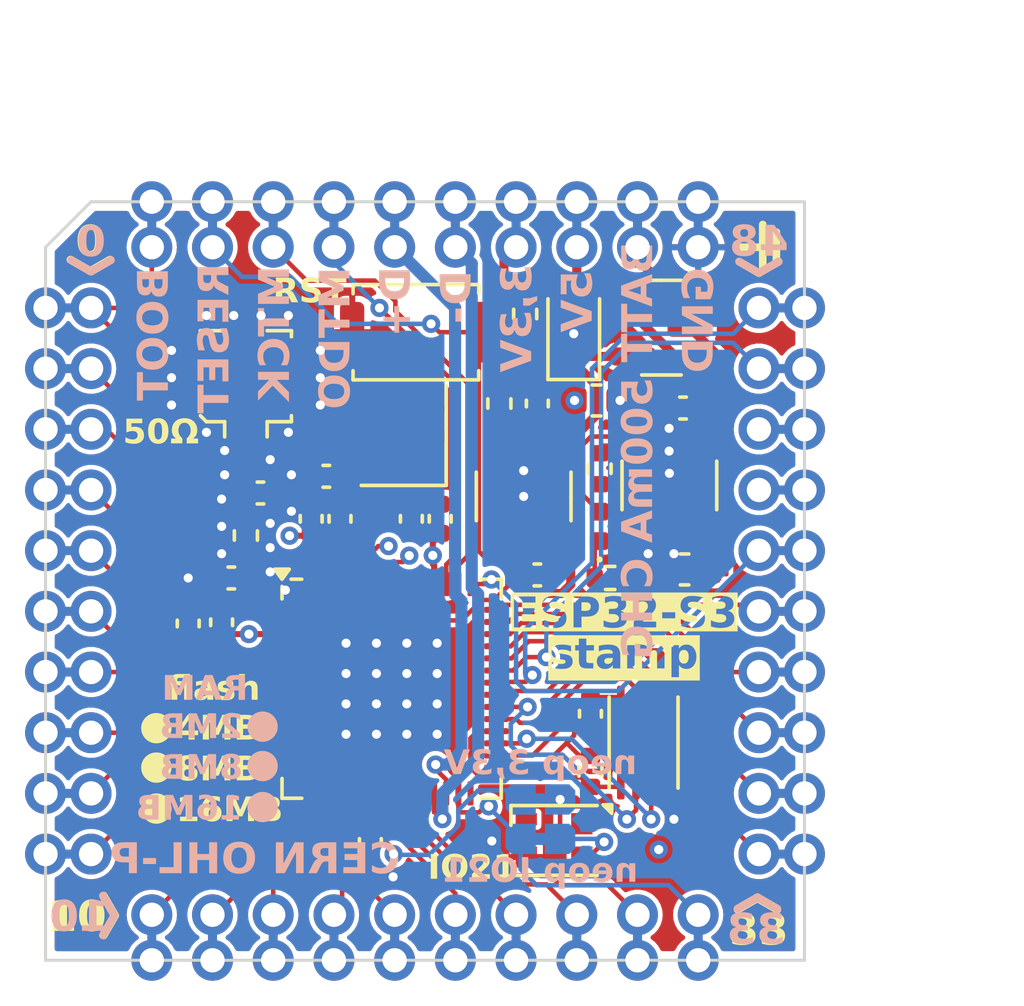
<source format=kicad_pcb>
(kicad_pcb (version 20240108) (generator "pcbnew") (generator_version "8.0")
  (layers (0 "F.Cu" signal) (1 "In1.Cu" power "GND.Cu") (2 "In2.Cu" signal "PWR.Cu") (31 "B.Cu" signal) (34 "B.Paste" user) (35 "F.Paste" user) (36 "B.SilkS" user "B.Silkscreen") (37 "F.SilkS" user "F.Silkscreen") (38 "B.Mask" user) (39 "F.Mask" user) (44 "Edge.Cuts" user))
  (net 0 "")
  (net 1 "GND")
  (net 2 "+3V3")
  (net 3 "+5V")
  (net 4 "Net-(AE1-A)")
  (net 5 "VDD_SPI")
  (net 6 "Net-(U5-XTAL_P)")
  (net 7 "Net-(U5-XTAL_N)")
  (net 8 "Net-(D2-K)")
  (net 9 "GPIO21")
  (net 10 "GPIO11")
  (net 11 "GPIO17")
  (net 12 "GPIO16")
  (net 13 "GPIO12")
  (net 14 "GPIO10")
  (net 15 "GPIO13")
  (net 16 "GPIO14")
  (net 17 "GPIO15")
  (net 18 "GPIO18")
  (net 19 "USB_D-")
  (net 20 "USB_D+")
  (net 21 "MTDO")
  (net 22 "RESET")
  (net 23 "MTCK")
  (net 24 "GPIO0{slash}BOOT")
  (net 25 "GPIO35")
  (net 26 "GPIO47")
  (net 27 "GPIO34")
  (net 28 "GPIO37")
  (net 29 "GPIO33")
  (net 30 "GPIO46")
  (net 31 "GPIO45")
  (net 32 "GPIO38")
  (net 33 "GPIO36")
  (net 34 "GPIO48")
  (net 35 "GPIO5")
  (net 36 "GPIO4")
  (net 37 "GPIO2")
  (net 38 "GPIO3")
  (net 39 "GPIO9")
  (net 40 "GPIO8")
  (net 41 "GPIO1")
  (net 42 "GPIO6")
  (net 43 "GPIO7")
  (net 44 "Net-(D3-VDD)")
  (net 45 "Net-(U4-PROG)")
  (net 46 "Net-(U4-STAT)")
  (net 48 "~{QSPI_CS}")
  (net 50 "VBAT")
  (net 51 "QSPI_SCLK")
  (net 53 "QSPI_SD0")
  (net 54 "QSPI_SD1")
  (net 57 "/VIN")
  (net 58 "QSPI_SD3")
  (net 60 "QSPI_SD2")
  (net 61 "Net-(U5-LNA_IN)")
  (net 63 "Net-(D3-DIN)")
  (footprint "Capacitor_SMD:C_0603_1608Metric" (layer "F.Cu") (at 160.05 105.11875)
    (property "Reference" "C16" (hide yes))
    (property "Value" "10uF")
  )
  (footprint "Capacitor_SMD:C_0402_1005Metric" (layer "F.Cu") (at 145.12 105.4)
    (property "Reference" "C1" (hide yes))
    (property "Value" "TBD")
  )
  (footprint "Package_TO_SOT_SMD:SOT-23-5" (layer "F.Cu") (at 159.55 102.35 90)
    (property "Reference" "U4" (hide yes))
    (property "Value" "MCP73831")
  )
  (footprint "LED_SMD:LED_WS2812B-2020_PLCC4_2.0x2.0mm" (layer "F.Cu") (at 155.75 114.05)
    (property "Reference" "D3" (hide yes))
    (property "Value" "WS2812B-2020")
  )
  (footprint "Package_DFN_QFN:QFN-56-1EP_7x7mm_P0.4mm_EP4x4mm" (layer "F.Cu") (at 150.4 109.05)
    (property "Reference" "U5" (hide yes))
    (property "Value" "ESP32-S3")
  )
  (footprint "Button_Switch_SMD:SW_Push_SPST_NO_Alps_SKRK" (layer "F.Cu") (at 151.2 97.3 180)
    (property "Reference" "SW2" (hide yes))
    (property "Value" "SW_RESET")
  )
  (footprint "Capacitor_SMD:C_0402_1005Metric" (layer "F.Cu") (at 148.7 103.45 -90)
    (property "Reference" "C17" (hide yes))
    (property "Value" "100nF")
  )
  (footprint "Connector_PinHeader_2.00mm:PinHeader_1x10_P2.00mm_Vertical" (layer "F.Cu") (at 162.5 96.5)
    (property "Reference" "J3" (hide yes))
    (property "Value" "Conn_East")
  )
  (footprint "Connector_PinHeader_2.00mm:PinHeader_1x10_P2.00mm_Vertical" (layer "F.Cu") (at 139 96.5)
    (property "Reference" "J4" (hide yes))
    (property "Value" "Conn_West" (hide yes))
  )
  (footprint "Capacitor_SMD:C_0402_1005Metric" (layer "F.Cu") (at 151.05 103.45 90)
    (property "Reference" "C15" (hide yes))
    (property "Value" "TBD")
  )
  (footprint "Capacitor_SMD:C_0402_1005Metric" (layer "F.Cu") (at 160 99.8 180)
    (property "Reference" "C18" (hide yes))
    (property "Value" "100nF")
  )
  (footprint "Connector_PinHeader_2.00mm:PinHeader_1x10_P2.00mm_Vertical" (layer "F.Cu") (at 142.5 118 90)
    (property "Reference" "J1" (hide yes))
    (property "Value" "Conn_South" (hide yes))
  )
  (footprint "Capacitor_SMD:C_0402_1005Metric" (layer "F.Cu") (at 155.2 99.65 -90)
    (property "Reference" "C7" (hide yes))
    (property "Value" "TBD")
  )
  (footprint "Diode_SMD:D_SOD-323" (layer "F.Cu") (at 156.4 97.25 90)
    (property "Reference" "D1" (hide yes))
    (property "Value" "D_Schottky_Small")
  )
  (footprint "Capacitor_SMD:C_0603_1608Metric" (layer "F.Cu") (at 157.15 99.55)
    (property "Reference" "C4" (hide yes))
    (property "Value" "10µF")
  )
  (footprint "Capacitor_SMD:C_0402_1005Metric" (layer "F.Cu") (at 149.7 114.1 90)
    (property "Reference" "C19" (hide yes))
    (property "Value" "100nF")
  )
  (footprint "Package_TO_SOT_SMD:SOT-23-5" (layer "F.Cu") (at 154.75 102.7125 90)
    (property "Reference" "U2" (hide yes))
    (property "Value" "AP2112K-3.3")
  )
  (footprint "Package_TO_SOT_SMD:SOT-23" (layer "F.Cu") (at 159.2875 97.15)
    (property "Reference" "Q1" (hide yes))
    (property "Value" "BSS84")
  )
  (footprint "Capacitor_SMD:C_0402_1005Metric" (layer "F.Cu") (at 152 103.45 -90)
    (property "Reference" "C21" (hide yes))
    (property "Value" "100nF")
  )
  (footprint "Package_SON:Winbond_USON-8-1EP_3x2mm_P0.5mm_EP0.2x1.6mm" (layer "F.Cu") (at 158.7 110.825 90)
    (property "Reference" "U6" (hide yes))
    (property "Value" "W25Q16JVSSIQ")
  )
  (footprint "Resistor_SMD:R_0402_1005Metric" (layer "F.Cu") (at 145.6 104 90)
    (property "Reference" "L1" (hide yes))
    (property "Value" "TBD")
  )
  (footprint "LED_SMD:LED_0402_1005Metric" (layer "F.Cu") (at 157.25 103.7 90)
    (property "Reference" "D2" (hide yes))
    (property "Value" "LED_CHR")
  )
  (footprint "Capacitor_SMD:C_0402_1005Metric" (layer "F.Cu") (at 156.95 109.875 -90)
    (property "Reference" "C2" (hide yes))
    (property "Value" "100nf")
  )
  (footprint "Jumper:SolderJumper-2_P1.3mm_Open_RoundedPad1.0x1.5mm" (layer "F.Cu") (at 159.85 114.35)
    (property "Reference" "JP2" (hide yes))
    (property "Value" "SolderJumper_2_Open")
  )
  (footprint "Capacitor_SMD:C_0402_1005Metric" (layer "F.Cu") (at 155.2 105.3)
    (property "Reference" "C6" (hide yes))
    (property "Value" "TBD")
  )
  (footprint "Capacitor_SMD:C_0402_1005Metric" (layer "F.Cu") (at 147.75 103.45 -90)
    (property "Reference" "C23" (hide yes))
    (property "Value" "100nF")
  )
  (footprint "Resistor_SMD:R_0402_1005Metric" (layer "F.Cu") (at 153.95 99.65 90)
    (property "Reference" "R5" (hide yes))
    (property "Value" "100K")
  )
  (footprint "Capacitor_SMD:C_0402_1005Metric" (layer "F.Cu") (at 144.8 106.86 -90)
    (property "Reference" "C20" (hide yes))
    (property "Value" "100nF")
  )
  (footprint "Connector_Coaxial:U.FL_Molex_MCRF_73412-0110_Vertical" (layer "F.Cu") (at 145.6 98.75)
    (property "Reference" "AE1" (hide yes))
    (property "Value" "Antenna_Shield")
  )
  (footprint "Capacitor_SMD:C_0402_1005Metric" (layer "F.Cu") (at 143.7 106.9 -90)
    (property "Reference" "C22" (hide yes))
    (property "Value" "100nF")
  )
  (footprint "Capacitor_SMD:C_0402_1005Metric" (layer "F.Cu") (at 148.25 102.05 180)
    (property "Reference" "C14" (hide yes))
    (property "Value" "TBD")
  )
  (footprint "Connector_PinHeader_2.00mm:PinHeader_1x10_P2.00mm_Vertical" (layer "F.Cu") (at 142.5 94.5 90)
    (property "Reference" "J2" (hide yes))
    (property "Value" "Conn_North" (hide yes))
  )
  (footprint "Crystal:Crystal_SMD_2520-4Pin_2.5x2.0mm" (layer "F.Cu") (at 150.8 100.7 90)
    (property "Reference" "Y1" (hide yes))
    (property "Value" "XYDBPCNANF-12MHZ")
  )
  (footprint "Resistor_SMD:R_0402_1005Metric" (layer "F.Cu") (at 154.8 96.7 90)
    (property "Reference" "R6" (hide yes))
    (property "Value" "100K")
  )
  (footprint "Resistor_SMD:R_0402_1005Metric" (layer "F.Cu") (at 157.25 101.8 90)
    (property "Reference" "R7" (hide yes))
    (property "Value" "2K")
  )
  (footprint "Resistor_SMD:R_0402_1005Metric" (layer "F.Cu") (at 157.6 105.4)
    (property "Reference" "R8" (hide yes))
    (property "Value" "1K")
  )
  (footprint "Capacitor_SMD:C_0402_1005Metric" (layer "F.Cu") (at 146.08 102.6 180)
    (property "Reference" "C3" (hide yes))
    (property "Value" "TBD")
  )
  (footprint "Resistor_SMD:R_0402_1005Metric" (layer "F.Cu") (at 156.95 111.775 90)
    (property "Reference" "R9" (hide yes))
    (property "Value" "100K")
  )
  (footprint "Jumper:SolderJumper-2_P1.3mm_Bridged_RoundedPad1.0x1.5mm" (layer "B.Cu") (at 155.3 114 180)
    (property "Reference" "JP3" (hide yes))
    (property "Value" "Jumper_Neopixel_VDD")
  )
  (footprint "Jumper:SolderJumper-2_P1.3mm_Bridged_RoundedPad1.0x1.5mm" (layer "B.Cu") (at 155.3 112.7 180)
    (property "Reference" "JP1" (hide yes))
    (property "Value" "Jumper_Neopixel_VDD")
  )
  (gr_circle (center 146.15 112.95) (end 145.65 112.95) (fill solid) (layer "B.SilkS"))
  (gr_line (start 140.894121 117.174752) (end 141.269303 116.524918) (stroke (width 0.264999)) (layer "B.SilkS"))
  (gr_circle (center 146.15 111.6) (end 145.65 111.6) (fill solid) (layer "B.SilkS"))
  (gr_line (start 163.149835 94.974818) (end 162.5 95.35) (stroke (width 0.264999)) (layer "B.SilkS"))
  (gr_circle (center 146.15 110.3) (end 145.65 110.3) (fill solid) (layer "B.SilkS"))
  (gr_line (start 161.800331 116.3) (end 162.450166 115.924818) (stroke (width 0.264999)) (layer "B.SilkS"))
  (gr_line (start 139.850166 94.924818) (end 140.5 95.3) (stroke (width 0.264999)) (layer "B.SilkS"))
  (gr_line (start 163.1 116.3) (end 162.450166 115.924818) (stroke (width 0.264999)) (layer "B.SilkS"))
  (gr_line (start 141.149835 94.924818) (end 140.5 95.3) (stroke (width 0.264999)) (layer "B.SilkS"))
  (gr_line (start 140.894121 115.875083) (end 141.269303 116.524918) (stroke (width 0.264999)) (layer "B.SilkS"))
  (gr_line (start 161.850166 94.974818) (end 162.5 95.35) (stroke (width 0.264999)) (layer "B.SilkS"))
  (gr_circle (center 142.65 110.35) (end 143.15 110.35) (fill solid) (layer "F.SilkS"))
  (gr_line (start 141.287591 116.524917) (end 140.912409 117.174752) (stroke (width 0.264999)) (layer "F.SilkS"))
  (gr_line (start 162.625 94.5) (end 162.625 93.75) (stroke (width 0.25)) (layer "F.SilkS"))
  (gr_line (start 162.45 115.95) (end 163.099835 116.325182) (stroke (width 0.264999)) (layer "F.SilkS"))
  (gr_line (start 162.45 115.95) (end 161.800166 116.325182) (stroke (width 0.264999)) (layer "F.SilkS"))
  (gr_line (start 140.475083 95.287591) (end 139.825248 94.912409) (stroke (width 0.264999)) (layer "F.SilkS"))
  (gr_line (start 162.625 94.5) (end 162.625 95.15) (stroke (width 0.25)) (layer "F.SilkS"))
  (gr_line (start 140.475083 95.287591) (end 141.124917 94.912409) (stroke (width 0.264999)) (layer "F.SilkS"))
  (gr_line (start 161.875 94.5) (end 162.625 94.5) (stroke (width 0.25)) (layer "F.SilkS"))
  (gr_circle (center 142.65 113) (end 143.15 113) (fill solid) (layer "F.SilkS"))
  (gr_line (start 163.075 95) (end 163.075 94) (stroke (width 0.25)) (layer "F.SilkS"))
  (gr_circle (center 142.65 111.65) (end 143.15 111.65) (fill solid) (layer "F.SilkS"))
  (gr_line (start 141.287591 116.524917) (end 140.912409 115.875083) (stroke (width 0.264999)) (layer "F.SilkS"))
  (gr_line (start 139 118) (end 139 94.5) (stroke (width 0.1)) (layer "Edge.Cuts"))
  (gr_line (start 140.5 93) (end 139 94.5) (stroke (width 0.1)) (layer "Edge.Cuts"))
  (gr_line (start 164 118) (end 139 118) (stroke (width 0.1)) (layer "Edge.Cuts"))
  (gr_line (start 164 93) (end 164 118) (stroke (width 0.1)) (layer "Edge.Cuts"))
  (gr_line (start 140.5 93) (end 164 93) (stroke (width 0.1)) (layer "Edge.Cuts"))
  (gr_text "2MB\n8MB\n16MB" (at 145.5 113.5 -0) (layer "B.SilkS") (effects (font (size 0.8 0.8) (thickness 0.2) (bold yes)) (justify left bottom mirror)))
  (gr_text "BOOT" (at 143.2 97.363434 90) (layer "B.SilkS") (effects (font (size 1 1) (thickness 0.2) (bold yes)) (justify bottom mirror)))
  (gr_text "MTCK" (at 147.188888 97.333636 90) (layer "B.SilkS") (effects (font (size 1 1) (thickness 0.2) (bold yes)) (justify bottom mirror)))
  (gr_text "48" (at 162.5 94.95 0) (layer "B.SilkS") (effects (font (size 1 1) (thickness 0.2) (bold yes)) (justify bottom mirror)))
  (gr_text "MTDO" (at 149.183332 97.496302 90) (layer "B.SilkS") (effects (font (size 1 1) (thickness 0.2) (bold yes)) (justify bottom mirror)))
  (gr_text "GND" (at 161.15 96.909631 90) (layer "B.SilkS") (effects (font (size 1 1) (thickness 0.2) (bold yes)) (justify bottom mirror)))
  (gr_text "33" (at 162.400166 117.624818 -0) (layer "B.SilkS") (effects (font (size 1 1) (thickness 0.2) (bold yes)) (justify bottom mirror)))
  (gr_text "RESET" (at 145.194444 97.502164 -270) (layer "B.SilkS") (effects (font (size 1 1) (thickness 0.2) (bold yes)) (justify bottom mirror)))
  (gr_text "D-" (at 153.17222 96.142708 90) (layer "B.SilkS") (effects (font (size 1 1) (thickness 0.2) (bold yes)) (justify bottom mirror)))
  (gr_text "neop IO21" (at 155.3 115.55 0) (layer "B.SilkS") (effects (font (size 0.8 0.8) (thickness 0.2) (bold yes)) (justify bottom mirror)))
  (gr_text "neop 3,3V" (at 155.3 112 0) (layer "B.SilkS") (effects (font (size 0.8 0.8) (thickness 0.2) (bold yes)) (justify bottom mirror)))
  (gr_text "RAM" (at 144.25 109.55 -0) (layer "B.SilkS") (effects (font (size 0.8 0.8) (thickness 0.2) (bold yes)) (justify bottom mirror)))
  (gr_text "10" (at 140.1 117.2 0) (layer "B.SilkS") (effects (font (size 1 1) (thickness 0.2) (bold yes)) (justify bottom mirror)))
  (gr_text "5V" (at 157.161108 96.278019 90) (layer "B.SilkS") (effects (font (size 1 1) (thickness 0.2) (bold yes)) (justify bottom mirror)))
  (gr_text "3,3V" (at 155.166664 96.844662 90) (layer "B.SilkS") (effects (font (size 1 1) (thickness 0.2) (bold yes)) (justify bottom mirror)))
  (gr_text "CERN OHL-P" (at 145.9 115.3 0) (layer "B.SilkS") (effects (font (size 1 1) (thickness 0.2) (bold yes)) (justify bottom mirror)))
  (gr_text "D+" (at 151.177776 96.298047 90) (layer "B.SilkS") (effects (font (size 1 1) (thickness 0.2) (bold yes)) (justify bottom mirror)))
  (gr_text "0" (at 140.5 94.962409 -0) (layer "B.SilkS") (effects (font (size 1 1) (thickness 0.2) (bold yes)) (justify bottom mirror)))
  (gr_text "BATT 500mA CHG" (at 159.15 101.19707 90) (layer "B.SilkS") (effects (font (size 1 1) (thickness 0.2) (bold yes)) (justify bottom mirror)))
  (gr_text "flash" (at 144.55 109.55 0) (layer "F.SilkS") (effects (font (size 0.8 0.8) (thickness 0.2) (bold yes)) (justify bottom)))
  (gr_text "ESP32-S3" (at 158.05 107.2 0) (layer "F.SilkS" knockout) (effects (font (size 1 1) (thickness 0.2) (bold yes)) (justify bottom)))
  (gr_text "0" (at 140.475082 94.95 0) (layer "F.SilkS") (effects (font (size 1 1) (thickness 0.2) (bold yes)) (justify bottom)))
  (gr_text "RST" (at 147.7 96.45 0) (layer "F.SilkS") (effects (font (size 0.8 0.8) (thickness 0.2) (bold yes)) (justify bottom)))
  (gr_text "10" (at 140.037591 117.2 0) (layer "F.SilkS") (effects (font (size 1 1) (thickness 0.2) (bold yes)) (justify bottom)))
  (gr_text "50Ω" (at 142.8 101.1 0) (layer "F.SilkS") (effects (font (size 0.8 0.8) (thickness 0.2) (bold yes)) (justify bottom)))
  (gr_text "4MB\n8MB\n16MB" (at 143.3 113.55 0) (layer "F.SilkS") (effects (font (size 0.8 0.8) (thickness 0.2) (bold yes)) (justify left bottom)))
  (gr_text "IO21" (at 153.05 115.45 0) (layer "F.SilkS") (effects (font (size 0.8 0.8) (thickness 0.2) (bold yes)) (justify bottom)))
  (gr_text "stamp" (at 158.05 108.55 0) (layer "F.SilkS" knockout) (effects (font (size 1 1) (thickness 0.2) (bold yes)) (justify bottom)))
  (gr_text "33" (at 162.5 117.65 0) (layer "F.SilkS") (effects (font (size 1 1) (thickness 0.2) (bold yes)) (justify bottom)))
  (segment (start 154.9 104.42) (end 154.9 103.85) (width 0.3) (layer "F.Cu") (net 1))
  (segment (start 144.81 106.4) (end 144.78 106.43) (width 0.2) (layer "F.Cu") (net 1))
  (segment (start 150.45 115.25) (end 150.37 115.25) (width 0.2) (layer "F.Cu") (net 1))
  (segment (start 155.78 105.3) (end 154.9 104.42) (width 0.3) (layer "F.Cu") (net 1))
  (segment (start 150.37 115.25) (end 150.2 115.08) (width 0.2) (layer "F.Cu") (net 1))
  (via (at 159.540698 100.46875) (size 0.6) (drill 0.3) (layers "F.Cu" "B.Cu") (net 1))
  (via (at 150.9 110.55) (size 0.6) (drill 0.3) (layers "F.Cu" "B.Cu") (net 1))
  (via (at 147 96.75) (size 0.6) (drill 0.3) (layers "F.Cu" "B.Cu") (net 1))
  (via (at 148.9 107.55) (size 0.6) (drill 0.3) (layers "F.Cu" "B.Cu") (net 1))
  (via (at 146.4 101.5) (size 0.6) (drill 0.3) (layers "F.Cu" "B.Cu") (net 1))
  (via (at 148.05 99.7) (size 0.6) (drill 0.3) (layers "F.Cu" "B.Cu") (net 1))
  (via (at 150.45 115.25) (size 0.6) (drill 0.3) (layers "F.Cu" "B.Cu") (net 1))
  (via (at 143.15 97.9) (size 0.6) (drill 0.3) (layers "F.Cu" "B.Cu") (net 1))
  (via (at 144.9 101.2) (size 0.6) (drill 0.3) (layers "F.Cu" "B.Cu") (net 1))
  (via (at 154.75 102.7125) (size 0.6) (drill 0.3) (layers "F.Cu" "B.Cu") (net 1))
  (via (at 147.1 102) (size 0.6) (drill 0.3) (layers "F.Cu" "B.Cu") (net 1))
  (via (at 147 100.6) (size 0.6) (drill 0.3) (layers "F.Cu" "B.Cu") (net 1))
  (via (at 146.4 103.6) (size 0.6) (drill 0.3) (layers "F.Cu" "B.Cu") (net 1))
  (via (at 151.9 109.55) (size 0.6) (drill 0.3) (layers "F.Cu" "B.Cu") (net 1))
  (via (at 157.925 99.55) (size 0.6) (drill 0.3) (layers "F.Cu" "B.Cu") (net 1))
  (via (at 154.75 101.8625) (size 0.6) (drill 0.3) (layers "F.Cu" "B.Cu") (net 1))
  (via (at 148.05 97.9) (size 0.6) (drill 0.3) (layers "F.Cu" "B.Cu") (net 1))
  (via (at 144.3 96.75) (size 0.6) (drill 0.3) (layers "F.Cu" "B.Cu") (net 1))
  (via (at 159.55 101.95) (size 0.6) (drill 0.3) (layers "F.Cu" "B.Cu") (net 1))
  (via (at 148.9 108.55) (size 0.6) (drill 0.3) (layers "F.Cu" "B.Cu") (net 1))
  (via (at 143.15 98.8) (size 0.6) (drill 0.3) (layers "F.Cu" "B.Cu") (net 1))
  (via (at 147.1 103.2) (size 0.6) (drill 0.3) (layers "F.Cu" "B.Cu") (net 1))
  (via (at 150.9 108.55) (size 0.6) (drill 0.3) (layers "F.Cu" "B.Cu") (net 1))
  (via (at 149.9 110.55) (size 0.6) (drill 0.3) (layers "F.Cu" "B.Cu") (net 1))
  (via (at 159.699527 113.351769) (size 0.6) (drill 0.3) (layers "F.Cu" "B.Cu") (net 1))
  (via (at 146.4 105.2) (size 0.6) (drill 0.3) (layers "F.Cu" "B.Cu") (net 1))
  (via (at 144.8 104.6) (size 0.6) (drill 0.3) (layers "F.Cu" "B.Cu") (net 1))
  (via (at 159.7 104.6) (size 0.6) (drill 0.3) (layers "F.Cu" "B.Cu") (net 1))
  (via (at 146.4 104.4) (size 0.6) (drill 0.3) (layers "F.Cu" "B.Cu") (net 1))
  (via (at 150.9 107.55) (size 0.6) (drill 0.3) (layers "F.Cu" "B.Cu") (net 1))
  (via (at 148.9 109.55) (size 0.6) (drill 0.3) (layers "F.Cu" "B.Cu") (net 1))
  (via (at 156.4 97.35) (size 0.6) (drill 0.3) (layers "F.Cu" "B.Cu") (net 1))
  (via (at 144.8 102.8) (size 0.6) (drill 0.3) (layers "F.Cu" "B.Cu") (net 1))
  (via (at 143.7 105.4) (size 0.6) (drill 0.3) (layers "F.Cu" "B.Cu") (net 1))
  (via (at 150.9 109.55) (size 0.6) (drill 0.3) (layers "F.Cu" "B.Cu") (net 1))
  (via (at 148.9 110.55) (size 0.6) (drill 0.3) (layers "F.Cu" "B.Cu") (net 1))
  (via (at 143.15 99.7) (size 0.6) (drill 0.3) (layers "F.Cu" "B.Cu") (net 1))
  (via (at 144.9 102) (size 0.6) (drill 0.3) (layers "F.Cu" "B.Cu") (net 1))
  (via (at 146.9 105.8) (size 0.6) (drill 0.3) (layers "F.Cu" "B.Cu") (net 1))
  (via (at 153.7 114.068477) (size 0.6) (drill 0.3) (layers "F.Cu" "B.Cu") (net 1))
  (via (at 145.2 96.75) (size 0.6) (drill 0.3) (layers "F.Cu" "B.Cu") (net 1))
  (via (at 149.9 107.55) (size 0.6) (drill 0.3) (layers "F.Cu" "B.Cu") (net 1))
  (via (at 151.9 107.55) (size 0.6) (drill 0.3) (layers "F.Cu" "B.Cu") (net 1))
  (via (at 151.9 110.55) (size 0.6) (drill 0.3) (layers "F.Cu" "B.Cu") (net 1))
  (via (at 149.9 108.55) (size 0.6) (drill 0.3) (layers "F.Cu" "B.Cu") (net 1))
  (via (at 148.05 98.8) (size 0.6) (drill 0.3) (layers "F.Cu" "B.Cu") (net 1))
  (via (at 146.1 96.75) (size 0.6) (drill 0.3) (layers "F.Cu" "B.Cu") (net 1))
  (via (at 159.540698 101.21875) (size 0.6) (drill 0.3) (layers "F.Cu" "B.Cu") (net 1))
  (via (at 149.9 109.55) (size 0.6) (drill 0.3) (layers "F.Cu" "B.Cu") (net 1))
  (via (at 144.3 100.6) (size 0.6) (drill 0.3) (layers "F.Cu" "B.Cu") (net 1))
  (via (at 158.85 104.6) (size 0.6) (drill 0.3) (layers "F.Cu" "B.Cu") (net 1))
  (via (at 151.9 108.55) (size 0.6) (drill 0.3) (layers "F.Cu" "B.Cu") (net 1))
  (via (at 144.8 103.7) (size 0.6) (drill 0.3) (layers "F.Cu" "B.Cu") (net 1))
  (segment (start 160.5 94.5) (end 160.5 93) (width 0.3) (layer "B.Cu") (net 1))
  (segment (start 151.8 104.982844) (end 151.8 105.6) (width 0.2) (layer "F.Cu") (net 2))
  (segment (start 147.57 104.03) (end 147.8 104.26) (width 0.2) (layer "F.Cu") (net 2))
  (segment (start 151.756489 104.223511) (end 151.756489 104.939333) (width 0.2) (layer "F.Cu") (net 2))
  (segment (start 155.2 100.175) (end 153.8 101.575) (width 0.3) (layer "F.Cu") (net 2))
  (segment (start 148.623036 104.006964) (end 148.7 103.93) (width 0.2) (layer "F.Cu") (net 2))
  (segment (start 144.66 107.34) (end 144.75 107.25) (width 0.2) (layer "F.Cu") (net 2))
  (segment (start 146.32 107.25) (end 146.72 106.85) (width 0.2) (layer "F.Cu") (net 2))
  (segment (start 159.2 114.3) (end 159.3 114.2) (width 0.15) (layer "F.Cu") (net 2))
  (segment (start 148.2 104.45) (end 148.2 105.6) (width 0.2) (layer "F.Cu") (net 2))
  (segment (start 151.756489 104.939333) (end 151.8 104.982844) (width 0.2) (layer "F.Cu") (net 2))
  (segment (start 154.1 97.56967) (end 154.57 98.03967) (width 0.3) (layer "F.Cu") (net 2))
  (segment (start 144.63 107.44) (end 143.66 107.44) (width 0.2) (layer "F.Cu") (net 2))
  (segment (start 153.95 100.12) (end 154.57 99.5) (width 0.15) (layer "F.Cu") (net 2))
  (segment (start 147.8 104.26) (end 147.8 105.6) (width 0.2) (layer "F.Cu") (net 2))
  (segment (start 149.7 113.62) (end 149.55 113.47) (width 0.2) (layer "F.Cu") (net 2))
  (segment (start 155.2 100.13) (end 155.2 100.175) (width 0.3) (layer "F.Cu") (net 2))
  (segment (start 147.038769 104.006964) (end 148.623036 104.006964) (width 0.2) (layer "F.Cu") (net 2))
  (segment (start 149.7 113.62) (end 149.8 113.52) (width 0.2) (layer "F.Cu") (net 2))
  (segment (start 150.465558 114.498585) (end 150.465558 114.385558) (width 0.2) (layer "F.Cu") (net 2))
  (segment (start 154.57 98.03967) (end 154.57 99.5) (width 0.3) (layer "F.Cu") (net 2))
  (segment (start 155.2 100.13) (end 155.845 100.13) (width 0.3) (layer "F.Cu") (net 2))
  (segment (start 153.95 100.16) (end 153.95 100.12) (width 0.15) (layer "F.Cu") (net 2))
  (segment (start 149.8 113.52) (end 149.8 112.5) (width 0.2) (layer "F.Cu") (net 2))
  (segment (start 154.5 94.5) (end 154.1 94.9) (width 0.3) (layer "F.Cu") (net 2))
  (segment (start 145.7 107.25) (end 146.72 107.25) (width 0.2) (layer "F.Cu") (net 2))
  (segment (start 154.1 94.9) (end 154.1 97.56967) (width 0.3) (layer "F.Cu") (net 2))
  (segment (start 159.2 114.35) (end 159.2 114.3) (width 0.15) (layer "F.Cu") (net 2))
  (segment (start 154.57 99.5) (end 155.2 100.13) (width 0.3) (layer "F.Cu") (net 2))
  (segment (start 155.845 100.13) (end 156.425 99.55) (width 0.3) (layer "F.Cu") (net 2))
  (segment (start 152.05 103.93) (end 151.756489 104.223511) (width 0.2) (layer "F.Cu") (net 2))
  (segment (start 144.75 107.25) (end 146.32 107.25) (width 0.2) (layer "F.Cu") (net 2))
  (segment (start 150.465558 114.385558) (end 149.7 113.62) (width 0.2) (layer "F.Cu") (net 2))
  (segment (start 148.85 103.8) (end 148.2 104.45) (width 0.2) (layer "F.Cu") (net 2))
  (segment (start 149.7 113.62) (end 149.57 113.49) (width 0.2) (layer "F.Cu") (net 2))
  (segment (start 145.7 107.25) (end 145.55 107.4) (width 0.2) (layer "F.Cu") (net 2))
  (via (at 150.465558 114.498585) (size 0.6) (drill 0.3) (layers "F.Cu" "B.Cu") (net 2))
  (via (at 147.038769 104.006964) (size 0.6) (drill 0.3) (layers "F.Cu" "B.Cu") (net 2))
  (via (at 159.2 114.35) (size 0.6) (drill 0.3) (layers "F.Cu" "B.Cu") (net 2))
  (via (at 145.7 107.25) (size 0.6) (drill 0.3) (layers "F.Cu" "B.Cu") (net 2))
  (via (at 151.756489 104.656489) (size 0.6) (drill 0.3) (layers "F.Cu" "B.Cu") (net 2))
  (via (at 156.425 99.55) (size 0.6) (drill 0.3) (layers "F.Cu" "B.Cu") (net 2))
  (segment (start 153.25 112.4) (end 154.35 112.4) (width 0.15) (layer "B.Cu") (net 2))
  (segment (start 150.465558 114.498585) (end 150.491973 114.525) (width 0.15) (layer "B.Cu") (net 2))
  (segment (start 154.35 112.4) (end 154.65 112.7) (width 0.15) (layer "B.Cu") (net 2))
  (segment (start 152.597201 113.052799) (end 153.25 112.4) (width 0.15) (layer "B.Cu") (net 2))
  (segment (start 150.491973 114.525) (end 151.637173 114.525) (width 0.15) (layer "B.Cu") (net 2))
  (segment (start 152.597201 113.564972) (end 152.597201 113.052799) (width 0.15) (layer "B.Cu") (net 2))
  (segment (start 154.5 93) (end 154.5 94.5) (width 0.3) (layer "B.Cu") (net 2))
  (segment (start 151.637173 114.525) (end 152.597201 113.564972) (width 0.15) (layer "B.Cu") (net 2))
  (segment (start 156.705 101.002142) (end 156.967142 100.74) (width 0.15) (layer "F.Cu") (net 3))
  (segment (start 156.5 96.1) (end 156.5 94.5) (width 0.3) (layer "F.Cu") (net 3))
  (segment (start 156.705 102.67) (end 156.705 101.002142) (width 0.15) (layer "F.Cu") (net 3))
  (segment (start 156.29 96.19) (end 156.4 96.3) (width 0.15) (layer "F.Cu") (net 3))
  (segment (start 158.421802 96.2) (end 156.4 96.2) (width 0.3) (layer "F.Cu") (net 3))
  (segment (start 158.65 99.1) (end 159.7 98.05) (width 0.15) (layer "F.Cu") (net 3))
  (segment (start 156.4 96.2) (end 156.5 96.1) (width 0.3) (layer "F.Cu") (net 3))
  (segment (start 158.421802 96.771802) (end 158.421802 96.2) (width 0.3) (layer "F.Cu") (net 3))
  (segment (start 154.8 96.19) (end 156.29 96.19) (width 0.15) (layer "F.Cu") (net 3))
  (segment (start 157.875514 100.74) (end 158.65 99.965514) (width 0.15) (layer "F.Cu") (net 3))
  (segment (start 158.65 99.965514) (end 158.65 99.1) (width 0.15) (layer "F.Cu") (net 3))
  (segment (start 160.5 101.2125) (end 160.5 98.85) (width 0.3) (layer "F.Cu") (net 3))
  (segment (start 157.25 103.215) (end 156.705 102.67) (width 0.15) (layer "F.Cu") (net 3))
  (segment (start 156.967142 100.74) (end 157.875514 100.74) (width 0.15) (layer "F.Cu") (net 3))
  (segment (start 159.7 98.05) (end 158.421802 96.771802) (width 0.3) (layer "F.Cu") (net 3))
  (segment (start 160.5 98.85) (end 159.7 98.05) (width 0.3) (layer "F.Cu") (net 3))
  (segment (start 156.5 94.5) (end 156.5 93) (width 0.3) (layer "B.Cu") (net 3))
  (segment (start 145.6 100.25) (end 145.6 103.49) (width 0.3) (layer "F.Cu") (net 4))
  (segment (start 159.425 110.2) (end 159.8 110.575) (width 0.15) (layer "F.Cu") (net 5))
  (segment (start 155.35 111.65) (end 156.165 110.835) (width 0.15) (layer "F.Cu") (net 5))
  (segment (start 153.62 111.65) (end 155.35 111.65) (width 0.15) (layer "F.Cu") (net 5))
  (segment (start 157.095 109.395) (end 157.9 110.2) (width 0.15) (layer "F.Cu") (net 5))
  (segment (start 156.415 110.585) (end 156.415 110.059932) (width 0.15) (layer "F.Cu") (net 5))
  (segment (start 160.6 112.55) (end 160.6 114.2) (width 0.15) (layer "F.Cu") (net 5))
  (segment (start 159.8 110.575) (end 159.8 111.75) (width 0.15) (layer "F.Cu") (net 5))
  (segment (start 156.165 110.835) (end 156.415 110.585) (width 0.15) (layer "F.Cu") (net 5))
  (segment (start 156.165 110.835) (end 156.22 110.89) (width 0.15) (layer "F.Cu") (net 5))
  (segment (start 156.595 111.265) (end 156.95 111.265) (width 0.15) (layer "F.Cu") (net 5))
  (segment (start 156.415 110.059932) (end 157.074932 109.4) (width 0.15) (layer "F.Cu") (net 5))
  (segment (start 157.9 110.2) (end 159.425 110.2) (width 0.15) (layer "F.Cu") (net 5))
  (segment (start 157.074932 109.4) (end 157.95 109.4) (width 0.3) (layer "F.Cu") (net 5))
  (segment (start 159.8 111.75) (end 160.6 112.55) (width 0.15) (layer "F.Cu") (net 5))
  (segment (start 156.22 110.89) (end 156.595 111.265) (width 0.15) (layer "F.Cu") (net 5))
  (segment (start 156.95 109.395) (end 157.095 109.395) (width 0.15) (layer "F.Cu") (net 5))
  (segment (start 149.3 102.2) (end 149.7 102.6) (width 0.15) (layer "F.Cu") (net 6))
  (segment (start 148.73 102.05) (end 149.15 102.05) (width 0.15) (layer "F.Cu") (net 6))
  (segment (start 150.1 99.825) (end 149.3 100.625) (width 0.15) (layer "F.Cu") (net 6))
  (segment (start 149.7 103.760068) (end 148.6 104.860068) (width 0.15) (layer "F.Cu") (net 6))
  (segment (start 149.7 102.6) (end 149.7 103.760068) (width 0.15) (layer "F.Cu") (net 6))
  (segment (start 148.6 104.860068) (end 148.6 105.6) (width 0.15) (layer "F.Cu") (net 6))
  (segment (start 149.3 100.625) (end 149.3 102.2) (width 0.15) (layer "F.Cu") (net 6))
  (segment (start 149.15 102.05) (end 149.3 102.2) (width 0.15) (layer "F.Cu") (net 6))
  (segment (start 150.515 102.56) (end 151.5 101.575) (width 0.15) (layer "F.Cu") (net 7))
  (segment (start 150.515 103.395) (end 150.515 102.56) (width 0.15) (layer "F.Cu") (net 7))
  (segment (start 149 104.884332) (end 149 105.6) (width 0.15) (layer "F.Cu") (net 7))
  (segment (start 150.515 103.395) (end 150.489332 103.395) (width 0.15) (layer "F.Cu") (net 7))
  (segment (start 150.489332 103.395) (end 149 104.884332) (width 0.15) (layer "F.Cu") (net 7))
  (segment (start 151.05 103.93) (end 150.515 103.395) (width 0.15) (layer "F.Cu") (net 7))
  (segment (start 157.09 105.3) (end 157.09 104.145) (width 0.15) (layer "F.Cu") (net 8))
  (segment (start 157.09 104.145) (end 157.3 103.935) (width 0.15) (layer "F.Cu") (net 8))
  (segment (start 153.275 113.125) (end 152.604706 113.125) (width 0.15) (layer "F.Cu") (net 9))
  (segment (start 153.6 112.925) (end 153.475 112.925) (width 0.15) (layer "F.Cu") (net 9))
  (segment (start 152.604706 113.125) (end 152.6 113.120294) (width 0.15) (layer "F.Cu") (net 9))
  (segment (start 153.475 112.925) (end 153.275 113.125) (width 0.15) (layer "F.Cu") (net 9))
  (segment (start 152.6 113.120294) (end 152.6 112.5) (width 0.15) (layer "F.Cu") (net 9))
  (via (at 153.6 112.925) (size 0.6) (drill 0.3) (layers "F.Cu" "B.Cu") (net 9))
  (segment (start 154.65 114) (end 154.65 115) (width 0.15) (layer "B.Cu") (net 9))
  (segment (start 159.525 115.525) (end 160.5 116.5) (width 0.15) (layer "B.Cu") (net 9))
  (segment (start 155.175 115.525) (end 159.525 115.525) (width 0.15) (layer "B.Cu") (net 9))
  (segment (start 154.65 115) (end 155.175 115.525) (width 0.15) (layer "B.Cu") (net 9))
  (segment (start 153.6 112.925) (end 153.6 112.95) (width 0.15) (layer "B.Cu") (net 9))
  (segment (start 153.6 112.95) (end 154.65 114) (width 0.15) (layer "B.Cu") (net 9))
  (segment (start 160.5 118) (end 160.5 116.5) (width 0.3) (layer "B.Cu") (net 9))
  (segment (start 144.6 116.5) (end 144.5 116.5) (width 0.15) (layer "F.Cu") (net 10))
  (segment (start 148.2 112.9) (end 144.6 116.5) (width 0.15) (layer "F.Cu") (net 10))
  (segment (start 148.2 112.5) (end 148.2 112.9) (width 0.15) (layer "F.Cu") (net 10))
  (segment (start 144.5 118) (end 144.5 116.5) (width 0.3) (layer "B.Cu") (net 10))
  (segment (start 153.924264 115.5) (end 155.5 115.5) (width 0.15) (layer "F.Cu") (net 11))
  (segment (start 155.5 115.5) (end 156.5 116.5) (width 0.15) (layer "F.Cu") (net 11))
  (segment (start 153.649264 115.225) (end 153.924264 115.5) (width 0.15) (layer "F.Cu") (net 11))
  (segment (start 152.773528 115.225) (end 153.649264 115.225) (width 0.15) (layer "F.Cu") (net 11))
  (segment (start 151.6 114.042036) (end 151.6 114.051472) (width 0.15) (layer "F.Cu") (net 11))
  (segment (start 151 112.5) (end 151 113.442036) (width 0.15) (layer "F.Cu") (net 11))
  (segment (start 151 113.442036) (end 151.6 114.042036) (width 0.15) (layer "F.Cu") (net 11))
  (segment (start 151.6 114.051472) (end 152.773528 115.225) (width 0.15) (layer "F.Cu") (net 11))
  (segment (start 156.5 118) (end 156.5 116.5) (width 0.3) (layer "B.Cu") (net 11))
  (segment (start 152.649264 115.525) (end 151.3 114.175736) (width 0.15) (layer "F.Cu") (net 12))
  (segment (start 151.3 114.175736) (end 151.3 114.1663) (width 0.15) (layer "F.Cu") (net 12))
  (segment (start 153.525 115.525) (end 152.649264 115.525) (width 0.15) (layer "F.Cu") (net 12))
  (segment (start 151.3 114.1663) (end 150.6 113.4663) (width 0.15) (layer "F.Cu") (net 12))
  (segment (start 154.5 116.5) (end 153.525 115.525) (width 0.15) (layer "F.Cu") (net 12))
  (segment (start 150.6 113.4663) (end 150.6 112.5) (width 0.15) (layer "F.Cu") (net 12))
  (segment (start 154.5 118) (end 154.5 116.5) (width 0.3) (layer "B.Cu") (net 12))
  (segment (start 148.6 112.5) (end 148.6 112.95) (width 0.15) (layer "F.Cu") (net 13))
  (segment (start 148.6 112.95) (end 146.5 115.05) (width 0.15) (layer "F.Cu") (net 13))
  (segment (start 146.5 115.05) (end 146.5 116.5) (width 0.15) (layer "F.Cu") (net 13))
  (segment (start 146.5 118) (end 146.5 116.5) (width 0.3) (layer "B.Cu") (net 13))
  (segment (start 143.475 115.525) (end 142.5 116.5) (width 0.15) (layer "F.Cu") (net 14))
  (segment (start 145.050736 115.525) (end 143.475 115.525) (width 0.15) (layer "F.Cu") (net 14))
  (segment (start 147.8 112.775736) (end 145.050736 115.525) (width 0.15) (layer "F.Cu") (net 14))
  (segment (start 147.8 112.5) (end 147.8 112.775736) (width 0.15) (layer "F.Cu") (net 14))
  (segment (start 142.5 118) (end 142.5 116.5) (width 0.3) (layer "B.Cu") (net 14))
  (segment (start 149 112.5) (end 149 113) (width 0.15) (layer "F.Cu") (net 15))
  (segment (start 148.77 116.23) (end 148.5 116.5) (width 0.15) (layer "F.Cu") (net 15))
  (segment (start 149 113) (end 148.77 113.23) (width 0.15) (layer "F.Cu") (net 15))
  (segment (start 148.77 113.23) (end 148.77 116.23) (width 0.15) (layer "F.Cu") (net 15))
  (segment (start 148.5 118) (end 148.5 116.5) (width 0.3) (layer "B.Cu") (net 15))
  (segment (start 149.096611 115.096611) (end 150.5 116.5) (width 0.15) (layer "F.Cu") (net 16))
  (segment (start 149.4 112.5) (end 149.4 113.0625) (width 0.15) (layer "F.Cu") (net 16))
  (segment (start 149.4 113.0625) (end 149.096611 113.365889) (width 0.15) (layer "F.Cu") (net 16))
  (segment (start 149.096611 113.365889) (end 149.096611 115.096611) (width 0.15) (layer "F.Cu") (net 16))
  (segment (start 150.5 118) (end 150.5 116.5) (width 0.3) (layer "B.Cu") (net 16))
  (segment (start 150.235 113.525564) (end 150.235 112.535) (width 0.15) (layer "F.Cu") (net 17))
  (segment (start 151 114.290564) (end 150.235 113.525564) (width 0.15) (layer "F.Cu") (net 17))
  (segment (start 151 114.3) (end 151 114.290564) (width 0.15) (layer "F.Cu") (net 17))
  (segment (start 152.5 116.5) (end 152.5 115.8) (width 0.15) (layer "F.Cu") (net 17))
  (segment (start 150.235 112.535) (end 150.2 112.5) (width 0.15) (layer "F.Cu") (net 17))
  (segment (start 152.5 115.8) (end 151 114.3) (width 0.15) (layer "F.Cu") (net 17))
  (segment (start 152.5 118) (end 152.5 116.5) (width 0.3) (layer "B.Cu") (net 17))
  (segment (start 151.4 113.417772) (end 151.9 113.917772) (width 0.15) (layer "F.Cu") (net 18))
  (segment (start 153.773528 114.925) (end 154.048528 115.2) (width 0.15) (layer "F.Cu") (net 18))
  (segment (start 151.9 113.917772) (end 151.9 113.927208) (width 0.15) (layer "F.Cu") (net 18))
  (segment (start 155.624264 115.2) (end 155.949264 115.525) (width 0.15) (layer "F.Cu") (net 18))
  (segment (start 155.949264 115.525) (end 157.525 115.525) (width 0.15) (layer "F.Cu") (net 18))
  (segment (start 154.048528 115.2) (end 155.624264 115.2) (width 0.15) (layer "F.Cu") (net 18))
  (segment (start 152.897792 114.925) (end 153.773528 114.925) (width 0.15) (layer "F.Cu") (net 18))
  (segment (start 151.9 113.927208) (end 152.897792 114.925) (width 0.15) (layer "F.Cu") (net 18))
  (segment (start 157.525 115.525) (end 158.5 116.5) (width 0.15) (layer "F.Cu") (net 18))
  (segment (start 151.4 112.5) (end 151.4 113.417772) (width 0.15) (layer "F.Cu") (net 18))
  (segment (start 158.5 118) (end 158.5 116.5) (width 0.3) (layer "B.Cu") (net 18))
  (segment (start 151.849692 113.125) (end 151.804706 113.125) (width 0.15) (layer "F.Cu") (net 19))
  (segment (start 151.804706 113.125) (end 151.8 113.120294) (width 0.15) (layer "F.Cu") (net 19))
  (segment (start 151.8 113.120294) (end 151.8 112.5) (width 0.15) (layer "F.Cu") (net 19))
  (segment (start 152.072201 113.347509) (end 151.849692 113.125) (width 0.15) (layer "F.Cu") (net 19))
  (via (at 152.072201 113.347509) (size 0.6) (drill 0.3) (layers "F.Cu" "B.Cu") (net 19))
  (segment (start 152.072201 113.347509) (end 152.072201 112.505617) (width 0.4) (layer "B.Cu") (net 19))
  (segment (start 153.04 95.04) (end 152.5 94.5) (width 0.4) (layer "B.Cu") (net 19))
  (segment (start 153.04 105.719239) (end 153.04 95.04) (width 0.4) (layer "B.Cu") (net 19))
  (segment (start 152.072201 112.505617) (end 153.25 111.327818) (width 0.4) (layer "B.Cu") (net 19))
  (segment (start 152.5 93) (end 152.5 94.5) (width 0.3) (layer "B.Cu") (net 19))
  (segment (start 153.25 105.929239) (end 153.04 105.719239) (width 0.4) (layer "B.Cu") (net 19))
  (segment (start 153.25 111.327818) (end 153.25 105.929239) (width 0.4) (layer "B.Cu") (net 19))
  (segment (start 152.2 112.05) (end 152.2 112.5) (width 0.15) (layer "F.Cu") (net 20))
  (segment (start 151.85 111.55) (end 151.85 111.7) (width 0.15) (layer "F.Cu") (net 20))
  (segment (start 151.85 111.7) (end 152.2 112.05) (width 0.15) (layer "F.Cu") (net 20))
  (via (at 151.85 111.55) (size 0.6) (drill 0.3) (layers "F.Cu" "B.Cu") (net 20))
  (segment (start 152.49 105.947057) (end 152.49 96.49) (width 0.4) (layer "B.Cu") (net 20))
  (segment (start 152.49 96.49) (end 150.5 94.5) (width 0.4) (layer "B.Cu") (net 20))
  (segment (start 151.85 111.55) (end 152.25 111.55) (width 0.4) (layer "B.Cu") (net 20))
  (segment (start 152.7 106.157057) (end 152.49 105.947057) (width 0.4) (layer "B.Cu") (net 20))
  (segment (start 152.25 111.55) (end 152.7 111.1) (width 0.4) (layer "B.Cu") (net 20))
  (segment (start 150.5 93) (end 150.5 94.5) (width 0.3) (layer "B.Cu") (net 20))
  (segment (start 152.7 111.1) (end 152.7 106.157057) (width 0.4) (layer "B.Cu") (net 20))
  (segment (start 152.6 99.1) (end 152.6 104.555442) (width 0.15) (layer "F.Cu") (net 21))
  (segment (start 152.2 104.955442) (end 152.2 105.6) (width 0.15) (layer "F.Cu") (net 21))
  (segment (start 150 96.5) (end 152.6 99.1) (width 0.15) (layer "F.Cu") (net 21))
  (segment (start 152.6 104.555442) (end 152.2 104.955442) (width 0.15) (layer "F.Cu") (net 21))
  (via (at 150 96.5) (size 0.6) (drill 0.3) (layers "F.Cu" "B.Cu") (net 21))
  (segment (start 150 96.5) (end 148.5 95) (width 0.15) (layer "B.Cu") (net 21))
  (segment (start 148.5 93) (end 148.5 94.5) (width 0.3) (layer "B.Cu") (net 21))
  (segment (start 148.25 106.8) (end 147.4 107.65) (width 0.15) (layer "F.Cu") (net 22))
  (segment (start 153.3 97.71) (end 153.275 97.735) (width 0.15) (layer "F.Cu") (net 22))
  (segment (start 147.4 107.65) (end 146.72 107.65) (width 0.15) (layer "F.Cu") (net 22))
  (segment (start 154.215 105.22533) (end 154.215 105.625068) (width 0.15) (layer "F.Cu") (net 22))
  (segment (start 151.7 97.025) (end 151.975 97.3) (width 0.15) (layer "F.Cu") (net 22))
  (segment (start 153.95 97.95) (end 153.3 97.3) (width 0.15) (layer "F.Cu") (net 22))
  (segment (start 154.215 105.625068) (end 154.244966 105.655034) (width 0.15) (layer "F.Cu") (net 22))
  (segment (start 152.7 106.8) (end 148.25 106.8) (width 0.15) (layer "F.Cu") (net 22))
  (segment (start 153.775 106.125) (end 153.375 106.125) (width 0.15) (layer "F.Cu") (net 22))
  (segment (start 151.975 97.3) (end 153.3 97.3) (width 0.15) (layer "F.Cu") (net 22))
  (segment (start 154.244966 105.655034) (end 153.775 106.125) (width 0.15) (layer "F.Cu") (net 22))
  (segment (start 153.95 99.14) (end 153.95 97.95) (width 0.15) (layer "F.Cu") (net 22))
  (segment (start 153.275 97.735) (end 153.275 104.521986) (width 0.15) (layer "F.Cu") (net 22))
  (segment (start 153.3 97.3) (end 153.3 97.71) (width 0.15) (layer "F.Cu") (net 22))
  (segment (start 153.490514 104.7375) (end 153.72717 104.7375) (width 0.15) (layer "F.Cu") (net 22))
  (segment (start 153.72717 104.7375) (end 154.215 105.22533) (width 0.15) (layer "F.Cu") (net 22))
  (segment (start 153.375 106.125) (end 152.7 106.8) (width 0.15) (layer "F.Cu") (net 22))
  (segment (start 153.275 104.521986) (end 153.490514 104.7375) (width 0.15) (layer "F.Cu") (net 22))
  (via (at 151.7 97.025) (size 0.6) (drill 0.3) (layers "F.Cu" "B.Cu") (net 22))
  (segment (start 147.075 95.475) (end 145.475 95.475) (width 0.15) (layer "B.Cu") (net 22))
  (segment (start 151.7 97.025) (end 148.625 97.025) (width 0.15) (layer "B.Cu") (net 22))
  (segment (start 148.625 97.025) (end 147.075 95.475) (width 0.15) (layer "B.Cu") (net 22))
  (segment (start 145.475 95.475) (end 144.5 94.5) (width 0.15) (layer "B.Cu") (net 22))
  (segment (start 144.5 93) (end 144.5 94.5) (width 0.3) (layer "B.Cu") (net 22))
  (segment (start 150.525 96.600736) (end 150.525 96.282537) (width 0.15) (layer "F.Cu") (net 23))
  (segment (start 147.6 95.6) (end 146.5 94.5) (width 0.15) (layer "F.Cu") (net 23))
  (segment (start 152.6 105.6) (end 152.6 104.979706) (width 0.15) (layer "F.Cu") (net 23))
  (segment (start 149.842463 95.6) (end 147.6 95.6) (width 0.15) (layer "F.Cu") (net 23))
  (segment (start 150.525 96.282537) (end 149.842463 95.6) (width 0.15) (layer "F.Cu") (net 23))
  (segment (start 152.6 104.979706) (end 152.9 104.679706) (width 0.15) (layer "F.Cu") (net 23))
  (segment (start 152.9 104.679706) (end 152.9 98.975736) (width 0.15) (layer "F.Cu") (net 23))
  (segment (start 152.9 98.975736) (end 150.525 96.600736) (width 0.15) (layer "F.Cu") (net 23))
  (segment (start 146.5 93) (end 146.5 94.5) (width 0.3) (layer "B.Cu") (net 23))
  (segment (start 142.5 95.5) (end 142.5 94.5) (width 0.15) (layer "F.Cu") (net 24))
  (segment (start 143.45 108.05) (end 143.1 107.7) (width 0.15) (layer "F.Cu") (net 24))
  (segment (start 141.775 97.775) (end 140.5 96.5) (width 0.15) (layer "F.Cu") (net 24))
  (segment (start 140.5 96.5) (end 141.5 96.5) (width 0.15) (layer "F.Cu") (net 24))
  (segment (start 143.1 101.751472) (end 141.775 100.426472) (width 0.15) (layer "F.Cu") (net 24))
  (segment (start 146.72 108.05) (end 143.45 108.05) (width 0.15) (layer "F.Cu") (net 24))
  (segment (start 143.1 107.7) (end 143.1 101.751472) (width 0.15) (layer "F.Cu") (net 24))
  (segment (start 141.775 100.426472) (end 141.775 97.775) (width 0.15) (layer "F.Cu") (net 24))
  (segment (start 141.5 96.5) (end 142.5 95.5) (width 0.15) (layer "F.Cu") (net 24))
  (segment (start 142.5 93) (end 142.5 94.5) (width 0.3) (layer "B.Cu") (net 24))
  (segment (start 139 96.5) (end 140.5 96.5) (width 0.3) (layer "B.Cu") (net 24))
  (segment (start 161.4 109.4) (end 162.5 110.5) (width 0.15) (layer "F.Cu") (net 25))
  (segment (start 154.665 106.885) (end 159.585 106.885) (width 0.15) (layer "F.Cu") (net 25))
  (segment (start 154.3 107.25) (end 154.665 106.885) (width 0.15) (layer "F.Cu") (net 25))
  (segment (start 161.4 108.7) (end 161.4 109.4) (width 0.15) (layer "F.Cu") (net 25))
  (segment (start 159.585 106.885) (end 161.4 108.7) (width 0.15) (layer "F.Cu") (net 25))
  (segment (start 153.62 107.25) (end 154.3 107.25) (width 0.15) (layer "F.Cu") (net 25))
  (segment (start 164 110.5) (end 162.5 110.5) (width 0.3) (layer "B.Cu") (net 25))
  (segment (start 154.4 108.45) (end 153.62 108.45) (width 0.15) (layer "F.Cu") (net 26))
  (segment (start 154.84 108.01) (end 154.4 108.45) (width 0.15) (layer "F.Cu") (net 26))
  (segment (start 155.5 108.01) (end 154.84 108.01) (width 0.15) (layer "F.Cu") (net 26))
  (via (at 155.5 108.01) (size 0.6) (drill 0.3) (layers "F.Cu" "B.Cu") (net 26))
  (segment (start 157.3 98.624264) (end 158.274264 97.65) (width 0.15) (layer "B.Cu") (net 26))
  (segment (start 155.5 106.824264) (end 157.3 105.024264) (width 0.15) (layer "B.Cu") (net 26))
  (segment (start 157.3 105.024264) (end 157.3 98.624264) (width 0.15) (layer "B.Cu") (net 26))
  (segment (start 158.274264 97.65) (end 161.65 97.65) (width 0.15) (layer "B.Cu") (net 26))
  (segment (start 164 98.5) (end 162.5 98.5) (width 0.3) (layer "B.Cu") (net 26))
  (segment (start 155.5 108.01) (end 155.5 106.824264) (width 0.15) (layer "B.Cu") (net 26))
  (segment (start 161.65 97.65) (end 162.5 98.5) (width 0.15) (layer "B.Cu") (net 26))
  (segment (start 154.790736 107.185) (end 159.459264 107.185) (width 0.15) (layer "F.Cu") (net 27))
  (segment (start 154.325736 107.65) (end 154.790736 107.185) (width 0.15) (layer "F.Cu") (net 27))
  (segment (start 161.1 111.1) (end 162.5 112.5) (width 0.15) (layer "F.Cu") (net 27))
  (segment (start 159.459264 107.185) (end 161.1 108.825736) (width 0.15) (layer "F.Cu") (net 27))
  (segment (start 161.1 108.825736) (end 161.1 111.1) (width 0.15) (layer "F.Cu") (net 27))
  (segment (start 153.62 107.65) (end 154.325736 107.65) (width 0.15) (layer "F.Cu") (net 27))
  (segment (start 164 112.5) (end 162.5 112.5) (width 0.3) (layer "B.Cu") (net 27))
  (segment (start 153.98603 106.45) (end 154.15103 106.285) (width 0.15) (layer "F.Cu") (net 28))
  (segment (start 154.15103 106.285) (end 162.285 106.285) (width 0.15) (layer "F.Cu") (net 28))
  (segment (start 162.285 106.285) (end 162.5 106.5) (width 0.15) (layer "F.Cu") (net 28))
  (segment (start 153.62 106.45) (end 153.98603 106.45) (width 0.15) (layer "F.Cu") (net 28))
  (segment (start 164 106.5) (end 162.5 106.5) (width 0.3) (layer "B.Cu") (net 28))
  (segment (start 153.62 108.05) (end 154.35 108.05) (width 0.15) (layer "F.Cu") (net 29))
  (segment (start 160.8 111.224264) (end 161.4 111.824264) (width 0.15) (layer "F.Cu") (net 29))
  (segment (start 161.4 113.4) (end 162.5 114.5) (width 0.15) (layer "F.Cu") (net 29))
  (segment (start 154.35 108.05) (end 154.915 107.485) (width 0.15) (layer "F.Cu") (net 29))
  (segment (start 154.915 107.485) (end 159.335 107.485) (width 0.15) (layer "F.Cu") (net 29))
  (segment (start 161.4 111.824264) (end 161.4 113.4) (width 0.15) (layer "F.Cu") (net 29))
  (segment (start 160.8 108.95) (end 160.8 111.224264) (width 0.15) (layer "F.Cu") (net 29))
  (segment (start 159.335 107.485) (end 160.8 108.95) (width 0.15) (layer "F.Cu") (net 29))
  (segment (start 164 114.5) (end 162.5 114.5) (width 0.3) (layer "B.Cu") (net 29))
  (segment (start 150.3 104.35) (end 149.958596 104.35) (width 0.15) (layer "F.Cu") (net 30))
  (segment (start 149.4 104.908596) (end 149.4 105.6) (width 0.15) (layer "F.Cu") (net 30))
  (segment (start 149.958596 104.35) (end 149.4 104.908596) (width 0.15) (layer "F.Cu") (net 30))
  (via (at 150.3 104.35) (size 0.6) (drill 0.3) (layers "F.Cu" "B.Cu") (net 30))
  (segment (start 164 100.5) (end 162.5 100.5) (width 0.3) (layer "B.Cu") (net 30))
  (segment (start 149.8 105.6) (end 149.8 104.97) (width 0.15) (layer "F.Cu") (net 31))
  (segment (start 150.770265 104.875) (end 150.980971 104.664294) (width 0.15) (layer "F.Cu") (net 31))
  (segment (start 149.895 104.875) (end 150.770265 104.875) (width 0.15) (layer "F.Cu") (net 31))
  (segment (start 149.8 104.97) (end 149.895 104.875) (width 0.15) (layer "F.Cu") (net 31))
  (via (at 150.980971 104.664294) (size 0.6) (drill 0.3) (layers "F.Cu" "B.Cu") (net 31))
  (segment (start 164 102.5) (end 162.5 102.5) (width 0.3) (layer "B.Cu") (net 31))
  (segment (start 153 105.6) (end 153.54 105.6) (width 0.15) (layer "F.Cu") (net 32))
  (segment (start 153.54 105.6) (end 153.69 105.45) (width 0.15) (layer "F.Cu") (net 32))
  (via (at 153.69 105.45) (size 0.6) (drill 0.3) (layers "F.Cu" "B.Cu") (net 32))
  (segment (start 157.875 109.125) (end 162.5 104.5) (width 0.15) (layer "B.Cu") (net 32))
  (segment (start 154.819504 109.125) (end 157.875 109.125) (width 0.15) (layer "B.Cu") (net 32))
  (segment (start 164 104.5) (end 162.5 104.5) (width 0.3) (layer "B.Cu") (net 32))
  (segment (start 154.5 108.805496) (end 154.819504 109.125) (width 0.15) (layer "B.Cu") (net 32))
  (segment (start 154.5 106.26) (end 154.5 108.805496) (width 0.15) (layer "B.Cu") (net 32))
  (segment (start 153.69 105.45) (end 154.5 106.26) (width 0.15) (layer "B.Cu") (net 32))
  (segment (start 154.25 106.85) (end 154.515 106.585) (width 0.15) (layer "F.Cu") (net 33))
  (segment (start 153.62 106.85) (end 154.25 106.85) (width 0.15) (layer "F.Cu") (net 33))
  (segment (start 159.709264 106.585) (end 161.624264 108.5) (width 0.15) (layer "F.Cu") (net 33))
  (segment (start 154.515 106.585) (end 159.709264 106.585) (width 0.15) (layer "F.Cu") (net 33))
  (segment (start 161.624264 108.5) (end 162.5 108.5) (width 0.15) (layer "F.Cu") (net 33))
  (segment (start 164 108.5) (end 162.5 108.5) (width 0.3) (layer "B.Cu") (net 33))
  (segment (start 154.25 108.85) (end 153.85 108.85) (width 0.15) (layer "F.Cu") (net 34))
  (segment (start 154.861967 108.6) (end 155.036967 108.6) (width 0.15) (layer "F.Cu") (net 34))
  (segment (start 154.275 108.825) (end 154.25 108.85) (width 0.15) (layer "F.Cu") (net 34))
  (segment (start 155.036967 108.6) (end 154.811967 108.825) (width 0.15) (layer "F.Cu") (net 34))
  (segment (start 154.811967 108.825) (end 154.275 108.825) (width 0.15) (layer "F.Cu") (net 34))
  (via (at 155.036967 108.6) (size 0.6) (drill 0.3) (layers "F.Cu" "B.Cu") (net 34))
  (segment (start 161.65 97.35) (end 162.5 96.5) (width 0.15) (layer "B.Cu") (net 34))
  (segment (start 164 96.5) (end 162.5 96.5) (width 0.3) (layer "B.Cu") (net 34))
  (segment (start 154.8 108.538033) (end 154.8 107.1) (width 0.15) (layer "B.Cu") (net 34))
  (segment (start 157 104.9) (end 157 98.5) (width 0.15) (layer "B.Cu") (net 34))
  (segment (start 158.15 97.35) (end 161.65 97.35) (width 0.15) (layer "B.Cu") (net 34))
  (segment (start 157 98.5) (end 158.15 97.35) (width 0.15) (layer "B.Cu") (net 34))
  (segment (start 154.861967 108.6) (end 154.8 108.538033) (width 0.15) (layer "B.Cu") (net 34))
  (segment (start 154.8 107.1) (end 157 104.9) (width 0.15) (layer "B.Cu") (net 34))
  (segment (start 143.32868 110.05) (end 141.6 108.32132) (width 0.15) (layer "F.Cu") (net 35))
  (segment (start 141.6 108.32132) (end 141.6 107.6) (width 0.15) (layer "F.Cu") (net 35))
  (segment (start 146.72 110.05) (end 143.32868 110.05) (width 0.15) (layer "F.Cu") (net 35))
  (segment (start 141.6 107.6) (end 140.5 106.5) (width 0.15) (layer "F.Cu") (net 35))
  (segment (start 139 106.5) (end 140.5 106.5) (width 0.3) (layer "B.Cu") (net 35))
  (segment (start 141.9 105.9) (end 140.5 104.5) (width 0.15) (layer "F.Cu") (net 36))
  (segment (start 143.352944 109.65) (end 141.9 108.197056) (width 0.15) (layer "F.Cu") (net 36))
  (segment (start 141.9 108.197056) (end 141.9 105.9) (width 0.15) (layer "F.Cu") (net 36))
  (segment (start 146.72 109.65) (end 143.352944 109.65) (width 0.15) (layer "F.Cu") (net 36))
  (segment (start 139 104.5) (end 140.5 104.5) (width 0.3) (layer "B.Cu") (net 36))
  (segment (start 143.401472 108.85) (end 142.5 107.948528) (width 0.15) (layer "F.Cu") (net 37))
  (segment (start 146.72 108.85) (end 143.401472 108.85) (width 0.15) (layer "F.Cu") (net 37))
  (segment (start 142.5 107.948528) (end 142.5 102) (width 0.15) (layer "F.Cu") (net 37))
  (segment (start 142.5 102) (end 141 100.5) (width 0.15) (layer "F.Cu") (net 37))
  (segment (start 139 100.5) (end 140.5 100.5) (width 0.3) (layer "B.Cu") (net 37))
  (segment (start 142.2 104.2) (end 140.5 102.5) (width 0.15) (layer "F.Cu") (net 38))
  (segment (start 143.377208 109.25) (end 142.2 108.072792) (width 0.15) (layer "F.Cu") (net 38))
  (segment (start 146.72 109.25) (end 143.377208 109.25) (width 0.15) (layer "F.Cu") (net 38))
  (segment (start 142.2 108.072792) (end 142.2 104.2) (width 0.15) (layer "F.Cu") (net 38))
  (segment (start 139 102.5) (end 140.5 102.5) (width 0.3) (layer "B.Cu") (net 38))
  (segment (start 146.72 111.65) (end 143.374264 111.65) (width 0.15) (layer "F.Cu") (net 39))
  (segment (start 143.374264 111.65) (end 140.524264 114.5) (width 0.15) (layer "F.Cu") (net 39))
  (segment (start 140.5 114.5) (end 139.45 114.5) (width 0.3) (layer "B.Cu") (net 39))
  (segment (start 141.75 111.25) (end 140.5 112.5) (width 0.15) (layer "F.Cu") (net 40))
  (segment (start 146.72 111.25) (end 141.75 111.25) (width 0.15) (layer "F.Cu") (net 40))
  (segment (start 139 112.5) (end 140.5 112.5) (width 0.3) (layer "B.Cu") (net 40))
  (segment (start 146.72 108.45) (end 143.425736 108.45) (width 0.15) (layer "F.Cu") (net 41))
  (segment (start 141.475 99.475) (end 140.5 98.5) (width 0.15) (layer "F.Cu") (net 41))
  (segment (start 143.425736 108.45) (end 142.8 107.824264) (width 0.15) (layer "F.Cu") (net 41))
  (segment (start 142.8 107.824264) (end 142.8 101.875736) (width 0.15) (layer "F.Cu") (net 41))
  (segment (start 142.8 101.875736) (end 141.475 100.550736) (width 0.15) (layer "F.Cu") (net 41))
  (segment (start 141.475 100.550736) (end 141.475 99.475) (width 0.15) (layer "F.Cu") (net 41))
  (segment (start 139 98.5) (end 140.5 98.5) (width 0.3) (layer "B.Cu") (net 41))
  (segment (start 141.354416 108.5) (end 140.5 108.5) (width 0.15) (layer "F.Cu") (net 42))
  (segment (start 143.304416 110.45) (end 141.354416 108.5) (width 0.15) (layer "F.Cu") (net 42))
  (segment (start 146.72 110.45) (end 143.304416 110.45) (width 0.15) (layer "F.Cu") (net 42))
  (segment (start 139 108.5) (end 140.5 108.5) (width 0.3) (layer "B.Cu") (net 42))
  (segment (start 142.930152 110.5) (end 140.45 110.5) (width 0.15) (layer "F.Cu") (net 43))
  (segment (start 146.72 110.85) (end 143.280152 110.85) (width 0.15) (layer "F.Cu") (net 43))
  (segment (start 143.280152 110.85) (end 142.930152 110.5) (width 0.15) (layer "F.Cu") (net 43))
  (segment (start 140.5 110.5) (end 139.45 110.5) (width 0.3) (layer "B.Cu") (net 43))
  (segment (start 155.95 113.577678) (end 156.022322 113.65) (width 0.15) (layer "F.Cu") (net 44))
  (segment (start 155.95 112.7) (end 155.95 113.577678) (width 0.15) (layer "F.Cu") (net 44))
  (segment (start 156.022322 113.65) (end 156.715 113.65) (width 0.15) (layer "F.Cu") (net 44))
  (via (at 155.95 112.7) (size 0.6) (drill 0.3) (layers "F.Cu" "B.Cu") (net 44))
  (segment (start 157.3 101.04) (end 158.3725 101.04) (width 0.15) (layer "F.Cu") (net 45))
  (segment (start 158.3725 101.04) (end 158.6 100.8125) (width 0.15) (layer "F.Cu") (net 45))
  (segment (start 158.11 105.3) (end 158.11 103.5775) (width 0.15) (layer "F.Cu") (net 46))
  (segment (start 158.11 103.5775) (end 158.6 103.0875) (width 0.15) (layer "F.Cu") (net 46))
  (segment (start 152.995 110.684706) (end 153.229706 110.45) (width 0.15) (layer "F.Cu") (net 48))
  (segment (start 153.229706 110.45) (end 153.62 110.45) (width 0.15) (layer "F.Cu") (net 48))
  (segment (start 156.95 112.285) (end 157.915 112.285) (width 0.15) (layer "F.Cu") (net 48))
  (segment (start 156.95 112.285) (end 156.64 111.975) (width 0.15) (layer "F.Cu") (net 48))
  (segment (start 152.995 111.645) (end 152.995 110.684706) (width 0.15) (layer "F.Cu") (net 48))
  (segment (start 156.64 111.975) (end 153.325 111.975) (width 0.15) (layer "F.Cu") (net 48))
  (segment (start 153.325 111.975) (end 152.995 111.645) (width 0.15) (layer "F.Cu") (net 48))
  (segment (start 157.915 112.285) (end 157.95 112.25) (width 0.15) (layer "F.Cu") (net 48))
  (segment (start 157.015 112.285) (end 156.95 112.285) (width 0.15) (layer "F.Cu") (net 48))
  (segment (start 161.25 102.7375) (end 160.5 103.4875) (width 0.3) (layer "F.Cu") (net 50))
  (segment (start 159.459302 96.384302) (end 160.225 97.15) (width 0.3) (layer "F.Cu") (net 50))
  (segment (start 158.5 94.9) (end 159.459302 95.859302) (width 0.3) (layer "F.Cu") (net 50))
  (segment (start 160.225 97.15) (end 161.25 98.175) (width 0.3) (layer "F.Cu") (net 50))
  (segment (start 159.459302 95.859302) (end 159.459302 96.384302) (width 0.3) (layer "F.Cu") (net 50))
  (segment (start 161.25 98.175) (end 161.25 102.7375) (width 0.3) (layer "F.Cu") (net 50))
  (segment (start 158.5 94.5) (end 158.5 94.9) (width 0.3) (layer "F.Cu") (net 50))
  (segment (start 158.5 94.5) (end 158.5 93) (width 0.3) (layer "B.Cu") (net 50))
  (segment (start 158.33332 108.425) (end 158.95 109.04168) (width 0.15) (layer "F.Cu") (net 51))
  (segment (start 156.665668 108.425) (end 158.33332 108.425) (width 0.15) (layer "F.Cu") (net 51))
  (segment (start 155.565 109.735) (end 155.565 109.525668) (width 0.15) (layer "F.Cu") (net 51))
  (segment (start 155.565 109.525668) (end 156.665668 108.425) (width 0.15) (layer "F.Cu") (net 51))
  (segment (start 155.125 110.175) (end 155.565 109.735) (width 0.15) (layer "F.Cu") (net 51))
  (segment (start 154.632537 110.175) (end 155.125 110.175) (width 0.15) (layer "F.Cu") (net 51))
  (segment (start 158.95 109.04168) (end 158.95 109.4) (width 0.15) (layer "F.Cu") (net 51))
  (segment (start 154.507537 110.05) (end 154.632537 110.175) (width 0.15) (layer "F.Cu") (net 51))
  (segment (start 153.62 110.05) (end 154.507537 110.05) (width 0.15) (layer "F.Cu") (net 51))
  (segment (start 156.541404 108.125) (end 158.55 108.125) (width 0.15) (layer "F.Cu") (net 53))
  (segment (start 158.55 108.125) (end 159.45 109.025) (width 0.15) (layer "F.Cu") (net 53))
  (segment (start 155.541404 109.125) (end 156.541404 108.125) (width 0.15) (layer "F.Cu") (net 53))
  (segment (start 153.62 109.25) (end 154.274264 109.25) (width 0.15) (layer "F.Cu") (net 53))
  (segment (start 154.399264 109.125) (end 155.541404 109.125) (width 0.15) (layer "F.Cu") (net 53))
  (segment (start 154.274264 109.25) (end 154.399264 109.125) (width 0.15) (layer "F.Cu") (net 53))
  (segment (start 159.45 109.025) (end 159.45 109.4) (width 0.15) (layer "F.Cu") (net 53))
  (segment (start 158.45 113.049997) (end 158.45 112.25) (width 0.15) (layer "F.Cu") (net 54))
  (segment (start 154.87877 109.65) (end 153.62 109.65) (width 0.15) (layer "F.Cu") (net 54))
  (segment (start 158.15 113.349997) (end 158.45 113.049997) (width 0.15) (layer "F.Cu") (net 54))
  (segment (start 153.648768 109.678768) (end 153.62 109.65) (width 0.15) (layer "F.Cu") (net 54))
  (via (at 158.15 113.351769) (size 0.6) (drill 0.3) (layers "F.Cu" "B.Cu") (net 54))
  (via (at 154.87877 109.65) (size 0.6) (drill 0.3) (layers "F.Cu" "B.Cu") (net 54))
  (segment (start 154.325 110.917463) (end 154.325 110.20377) (width 0.15) (layer "B.Cu") (net 54))
  (segment (start 156.025003 111.225) (end 154.632537 111.225) (width 0.15) (layer "B.Cu") (net 54))
  (segment (start 158.15 113.349997) (end 156.025003 111.225) (width 0.15) (layer "B.Cu") (net 54))
  (segment (start 154.632537 111.225) (end 154.325 110.917463) (width 0.15) (layer "B.Cu") (net 54))
  (segment (start 154.325 110.20377) (end 154.87877 109.65) (width 0.15) (layer "B.Cu") (net 54))
  (segment (start 156.3 105.616134) (end 156.006134 105.91) (width 0.3) (layer "F.Cu") (net 57))
  (segment (start 155.7 103.85) (end 156.3 103.85) (width 0.15) (layer "F.Cu") (net 57))
  (segment (start 156.006134 105.91) (end 155.33 105.91) (width 0.3) (layer "F.Cu") (net 57))
  (segment (start 156.6 98.1) (end 156.4 98.3) (width 0.3) (layer "F.Cu") (net 57))
  (segment (start 158.421802 98.1) (end 156.6 98.1) (width 0.3) (layer "F.Cu") (net 57))
  (segment (start 157.175 100.001812) (end 156.3 100.876812) (width 0.3) (layer "F.Cu") (net 57))
  (segment (start 156.4 98.3) (end 157.175 99.075) (width 0.3) (layer "F.Cu") (net 57))
  (segment (start 153.95 104.43) (end 153.95 103.35) (width 0.3) (layer "F.Cu") (net 57))
  (segment (start 155.33 105.91) (end 154.72 105.3) (width 0.3) (layer "F.Cu") (net 57))
  (segment (start 157.175 99.075) (end 157.175 100.001812) (width 0.3) (layer "F.Cu") (net 57))
  (segment (start 156.3 100.876812) (end 156.3 105.616134) (width 0.3) (layer "F.Cu") (net 57))
  (segment (start 154.82 105.3) (end 153.95 104.43) (width 0.3) (layer "F.Cu") (net 57))
  (segment (start 158.13332 108.725) (end 158.45 109.04168) (width 0.15) (layer "F.Cu") (net 58))
  (segment (start 155.865 109.649932) (end 156.789932 108.725) (width 0.15) (layer "F.Cu") (net 58))
  (segment (start 156.789932 108.725) (end 158.13332 108.725) (width 0.15) (layer "F.Cu") (net 58))
  (segment (start 153.62 111.25) (end 155.042463 111.25) (width 0.15) (layer "F.Cu") (net 58))
  (segment (start 155.042463 111.25) (end 155.865 110.427463) (width 0.15) (layer "F.Cu") (net 58))
  (segment (start 155.865 110.427463) (end 155.865 109.649932) (width 0.15) (layer "F.Cu") (net 58))
  (segment (start 158.45 109.04168) (end 158.45 109.4) (width 0.15) (layer "F.Cu") (net 58))
  (segment (start 153.62 110.85) (end 154.7 110.85) (width 0.15) (layer "F.Cu") (net 60))
  (segment (start 158.95 113.324997) (end 158.95 112.25) (width 0.15) (layer "F.Cu") (net 60))
  (segment (start 154.7 110.85) (end 154.85 110.7) (width 0.15) (layer "F.Cu") (net 60))
  (via (at 154.85 110.7) (size 0.6) (drill 0.3) (layers "F.Cu" "B.Cu") (net 60))
  (via (at 158.950003 113.351769) (size 0.6) (drill 0.3) (layers "F.Cu" "B.Cu") (net 60))
  (segment (start 158.950003 113.325) (end 156.325003 110.7) (width 0.15) (layer "B.Cu") (net 60))
  (segment (start 156.325003 110.7) (end 154.85 110.7) (width 0.15) (layer "B.Cu") (net 60))
  (segment (start 145.601019 105.958585) (end 145.601019 104.511019) (width 0.3) (layer "F.Cu") (net 61))
  (segment (start 146.95 106.45) (end 146.237859 106.45) (width 0.2) (layer "F.Cu") (net 61))
  (segment (start 145.601019 104.511019) (end 145.6 104.51) (width 0.4) (layer "F.Cu") (net 61))
  (arc (start 145.746446 106.246446) (mid 145.65144 106.113803) (end 145.601019 105.958585) (width 0.3) (layer "F.Cu") (net 61))
  (arc (start 146.237859 106.45) (mid 145.971912 106.3971) (end 145.746446 106.246446) (width 0.3) (layer "F.Cu") (net 61))
  (segment (start 157.4 114.1) (end 156.9 114.6) (width 0.15) (layer "F.Cu") (net 63))
  (segment (start 156.9 114.6) (end 156.665 114.6) (width 0.15) (layer "F.Cu") (net 63))
  (via (at 157.4 114.1) (size 0.6) (drill 0.3) (layers "F.Cu" "B.Cu") (net 63))
  (segment (start 157.4 114.1) (end 157.3 114) (width 0.15) (layer "B.Cu") (net 63))
  (segment (start 157.3 114) (end 155.95 114) (width 0.15) (layer "B.Cu") (net 63))
  (zone (net 50) (net_name "VBAT") (layer "F.Cu") (priority 3) (connect_pads yes (clearance 0.13)) (min_thickness 0.13) (fill yes (thermal_gap 0.5) (thermal_bridge_width 0.5))
    (polygon (pts (xy 160.15 102.1) (xy 160.15 105.35) (xy 161.5 105.35) (xy 161.5 102.1)))
  )
  (zone (net 1) (net_name "GND") (layer "F.Cu") (priority 2) (connect_pads yes (clearance 0.13)) (min_thickness 0.13) (fill yes (thermal_gap 0.5) (thermal_bridge_width 0.5))
    (polygon (pts (xy 158.55 98.85) (xy 160.15 98.85) (xy 160.15 105.9) (xy 158.55 105.9)))
  )
  (zone (net 1) (net_name "GND") (layer "F.Cu") (priority 1) (connect_pads yes (clearance 0.15)) (min_thickness 0.15) (fill yes (thermal_gap 0.2) (thermal_bridge_width 0.508))
    (polygon (pts (xy 146 101.8) (xy 147.2 101.8) (xy 147.2 103.2) (xy 146 103.2)))
  )
  (zone (net 1) (net_name "GND") (layer "F.Cu") (priority 1) (connect_pads yes (clearance 0.15)) (min_thickness 0.15) (fill yes (thermal_gap 0.2) (thermal_bridge_width 0.508))
    (polygon (pts (xy 143.2 104) (xy 145.6 104) (xy 145.6 106.9) (xy 143.2 106.9)))
  )
  (zone (net 1) (net_name "GND") (layer "F.Cu") (priority 2) (connect_pads yes (clearance 0.13)) (min_thickness 0.13) (fill yes (thermal_gap 0.5) (thermal_bridge_width 0.5))
    (polygon (pts (xy 153.95 100.6) (xy 155.55 100.6) (xy 155.55 105.6) (xy 153.95 105.6)))
  )
  (zone (net 1) (net_name "GND") (layer "F.Cu") (priority 1) (connect_pads yes (clearance 0.15)) (min_thickness 0.15) (fill yes (thermal_gap 0.2) (thermal_bridge_width 0.508))
    (polygon (pts (xy 143.3 96.5) (xy 147.9 96.5) (xy 147.9 100.2) (xy 143.3 100.2)))
  )
  (zone (net 1) (net_name "GND") (layers "F.Cu" "In1.Cu" "B.Cu") (connect_pads (clearance 0.15)) (min_thickness 0.15) (fill yes (thermal_gap 0.2) (thermal_bridge_width 0.2))
    (polygon (pts (xy 165.5 119) (xy 137.5 119) (xy 137.5 91) (xy 165.5 91)))
  )
)
</source>
